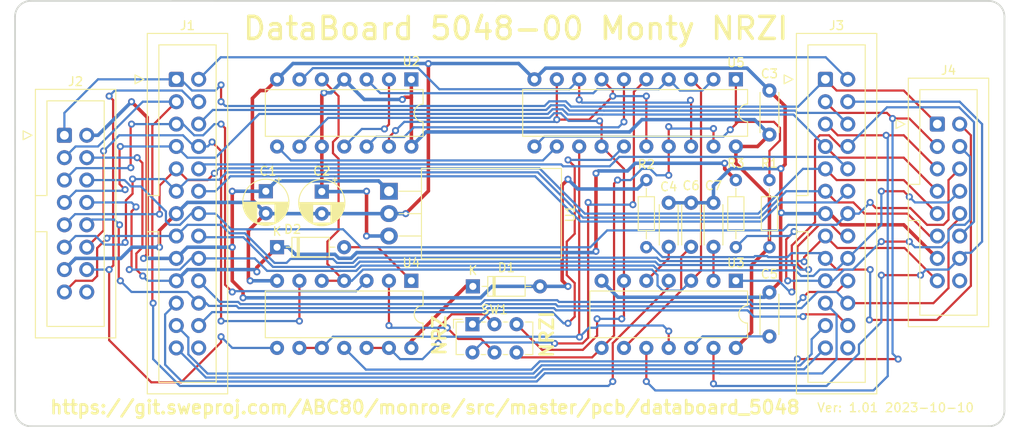
<source format=kicad_pcb>
(kicad_pcb (version 20221018) (generator pcbnew)

  (general
    (thickness 1.6)
  )

  (paper "A4")
  (layers
    (0 "F.Cu" signal)
    (31 "B.Cu" signal)
    (32 "B.Adhes" user "B.Adhesive")
    (33 "F.Adhes" user "F.Adhesive")
    (34 "B.Paste" user)
    (35 "F.Paste" user)
    (36 "B.SilkS" user "B.Silkscreen")
    (37 "F.SilkS" user "F.Silkscreen")
    (38 "B.Mask" user)
    (39 "F.Mask" user)
    (40 "Dwgs.User" user "User.Drawings")
    (41 "Cmts.User" user "User.Comments")
    (42 "Eco1.User" user "User.Eco1")
    (43 "Eco2.User" user "User.Eco2")
    (44 "Edge.Cuts" user)
    (45 "Margin" user)
    (46 "B.CrtYd" user "B.Courtyard")
    (47 "F.CrtYd" user "F.Courtyard")
    (48 "B.Fab" user)
    (49 "F.Fab" user)
    (50 "User.1" user)
    (51 "User.2" user)
    (52 "User.3" user)
    (53 "User.4" user)
    (54 "User.5" user)
    (55 "User.6" user)
    (56 "User.7" user)
    (57 "User.8" user)
    (58 "User.9" user)
  )

  (setup
    (pad_to_mask_clearance 0)
    (pcbplotparams
      (layerselection 0x00010fc_ffffffff)
      (plot_on_all_layers_selection 0x0000000_00000000)
      (disableapertmacros false)
      (usegerberextensions false)
      (usegerberattributes true)
      (usegerberadvancedattributes true)
      (creategerberjobfile true)
      (dashed_line_dash_ratio 12.000000)
      (dashed_line_gap_ratio 3.000000)
      (svgprecision 4)
      (plotframeref false)
      (viasonmask false)
      (mode 1)
      (useauxorigin false)
      (hpglpennumber 1)
      (hpglpenspeed 20)
      (hpglpendiameter 15.000000)
      (dxfpolygonmode true)
      (dxfimperialunits true)
      (dxfusepcbnewfont true)
      (psnegative false)
      (psa4output false)
      (plotreference true)
      (plotvalue true)
      (plotinvisibletext false)
      (sketchpadsonfab false)
      (subtractmaskfromsilk false)
      (outputformat 1)
      (mirror false)
      (drillshape 1)
      (scaleselection 1)
      (outputdirectory "")
    )
  )

  (net 0 "")
  (net 1 "Net-(U3B-ENABLE)")
  (net 2 "GND")
  (net 3 "Net-(U3D-ENABLE)")
  (net 4 "Net-(U3C-ENABLE)")
  (net 5 "Net-(U3A-ENABLE)")
  (net 6 "Net-(D1-K)")
  (net 7 "+12V")
  (net 8 "-12V")
  (net 9 "Net-(D2-A)")
  (net 10 "/1_1")
  (net 11 "/2_2")
  (net 12 "/1_3")
  (net 13 "/1_14")
  (net 14 "/1_5")
  (net 15 "/2_6")
  (net 16 "/1_7")
  (net 17 "/1_12")
  (net 18 "/1_9")
  (net 19 "/2_10")
  (net 20 "/1_11")
  (net 21 "/2_12")
  (net 22 "/1_6")
  (net 23 "/1_15")
  (net 24 "/2_16")
  (net 25 "unconnected-(J1-Pin_26-Pad26)")
  (net 26 "/1_8")
  (net 27 "/2_20")
  (net 28 "/2_21")
  (net 29 "/1_10")
  (net 30 "/2_23")
  (net 31 "/2_24")
  (net 32 "/2_25")
  (net 33 "/3_3")
  (net 34 "/3_14")
  (net 35 "/3_5")
  (net 36 "/3_12")
  (net 37 "/3_4")
  (net 38 "/3_+12V")
  (net 39 "+5V")
  (net 40 "Net-(U5A-~{CLR})")
  (net 41 "unconnected-(J2-Pin_16-Pad16)")
  (net 42 "unconnected-(J3-Pin_26-Pad26)")
  (net 43 "unconnected-(J4-Pin_16-Pad16)")
  (net 44 "Net-(U3A-OUT)")
  (net 45 "Net-(SW1A-C)")
  (net 46 "Net-(SW1B-C)")
  (net 47 "Net-(U3D-OUT)")
  (net 48 "Net-(SW1B-B)")
  (net 49 "Net-(SW1A-B)")
  (net 50 "Net-(U5A-J)")
  (net 51 "Net-(SW1B-A)")
  (net 52 "Net-(U5B-Q)")
  (net 53 "Net-(U5B-J)")
  (net 54 "Net-(U5B-C)")
  (net 55 "Net-(U5C-J)")
  (net 56 "Net-(SW1A-A)")
  (net 57 "Net-(U2-Pad11)")

  (footprint "Capacitor_THT:CP_Radial_D5.0mm_P2.50mm" (layer "F.Cu") (at 71.12 83.82 -90))

  (footprint "Package_TO_SOT_THT:TO-220-3_Horizontal_TabDown" (layer "F.Cu") (at 85.09 83.82 -90))

  (footprint "Package_DIP:DIP-20_W7.62mm" (layer "F.Cu") (at 124.46 71.12 -90))

  (footprint "Diode_THT:D_DO-35_SOD27_P7.62mm_Horizontal" (layer "F.Cu") (at 72.39 90.17))

  (footprint "Resistor_THT:R_Axial_DIN0204_L3.6mm_D1.6mm_P7.62mm_Horizontal" (layer "F.Cu") (at 114.3 90.17 90))

  (footprint "Button_Switch_THT:SW_E-Switch_EG1271_SPDT" (layer "F.Cu") (at 94.568 98.908))

  (footprint "Resistor_THT:R_Axial_DIN0204_L3.6mm_D1.6mm_P7.62mm_Horizontal" (layer "F.Cu") (at 128.27 90.17 90))

  (footprint "Connector_IDC:IDC-Header_2x08_P2.54mm_Vertical" (layer "F.Cu") (at 48.26 77.47))

  (footprint "Capacitor_THT:C_Disc_D4.3mm_W1.9mm_P5.00mm" (layer "F.Cu") (at 121.92 90.13 90))

  (footprint "Connector_IDC:IDC-Header_2x08_P2.54mm_Vertical" (layer "F.Cu") (at 147.32 76.2))

  (footprint "Resistor_THT:R_Axial_DIN0204_L3.6mm_D1.6mm_P7.62mm_Horizontal" (layer "F.Cu") (at 124.46 90.17 90))

  (footprint "Package_DIP:DIP-14_W7.62mm" (layer "F.Cu") (at 124.46 93.98 -90))

  (footprint "Package_DIP:DIP-14_W7.62mm" (layer "F.Cu") (at 87.635 71.13 -90))

  (footprint "Connector_IDC:IDC-Header_2x13_P2.54mm_Vertical" (layer "F.Cu") (at 134.62 71.12))

  (footprint "Capacitor_THT:CP_Radial_D5.0mm_P2.50mm" (layer "F.Cu") (at 77.47 83.86 -90))

  (footprint "Connector_IDC:IDC-Header_2x13_P2.54mm_Vertical" (layer "F.Cu") (at 60.96 71.12))

  (footprint "Capacitor_THT:C_Disc_D4.3mm_W1.9mm_P5.00mm" (layer "F.Cu") (at 128.27 100.29 90))

  (footprint "Capacitor_THT:C_Disc_D4.3mm_W1.9mm_P5.00mm" (layer "F.Cu") (at 119.38 90.13 90))

  (footprint "Capacitor_THT:C_Disc_D4.3mm_W1.9mm_P5.00mm" (layer "F.Cu") (at 128.27 77.39 90))

  (footprint "Capacitor_THT:C_Disc_D4.3mm_W1.9mm_P5.00mm" (layer "F.Cu") (at 116.84 90.13 90))

  (footprint "Package_DIP:DIP-14_W7.62mm" (layer "F.Cu") (at 87.63 93.98 -90))

  (footprint "Diode_THT:D_DO-35_SOD27_P7.62mm_Horizontal" (layer "F.Cu") (at 94.615 94.615))

  (gr_arc (start 153.161998 62.230002) (mid 154.419233 62.750766) (end 154.939998 64.008002)
    (stroke (width 0.2) (type default)) (layer "Edge.Cuts") (tstamp 18d432a3-0926-459a-930b-c54b8058567b))
  (gr_line (start 44.437236 62.217235) (end 153.161998 62.230002)
    (stroke (width 0.2) (type default)) (layer "Edge.Cuts") (tstamp 236500d0-87b2-4e7b-ab24-fb756a22f408))
  (gr_line (start 153.162 110.49) (end 44.449999 110.490001)
    (stroke (width 0.2) (type default)) (layer "Edge.Cuts") (tstamp 60a0f6a3-f99a-4c00-b626-700524b88cc3))
  (gr_arc (start 154.94 108.712) (mid 154.419236 109.969236) (end 153.162 110.49)
    (stroke (width 0.2) (type default)) (layer "Edge.Cuts") (tstamp b53105ad-ff62-4397-bc17-c4e16e16fc8f))
  (gr_arc (start 42.659236 63.995235) (mid 43.18 62.737999) (end 44.437236 62.217235)
    (stroke (width 0.2) (type default)) (layer "Edge.Cuts") (tstamp b7fbb935-b201-438f-9df1-0ef5baf2a45e))
  (gr_arc (start 44.449999 110.490001) (mid 43.192763 109.969237) (end 42.671999 108.712001)
    (stroke (width 0.2) (type default)) (layer "Edge.Cuts") (tstamp bc494f64-37b0-4856-9bb2-4aea26aa9598))
  (gr_line (start 154.939998 64.008002) (end 154.94 108.712)
    (stroke (width 0.2) (type default)) (layer "Edge.Cuts") (tstamp d39b8a0c-496e-4a83-9068-913552616643))
  (gr_line (start 42.671999 108.712001) (end 42.659236 63.995235)
    (stroke (width 0.2) (type default)) (layer "Edge.Cuts") (tstamp ddfdb600-84e5-4b23-aca4-e5730a28bb6d))
  (gr_text "NRZ" (at 91.694 102.616 90) (layer "F.SilkS") (tstamp 24331579-94d3-4ca1-982b-52b9ff910b3b)
    (effects (font (size 1.5 1.5) (thickness 0.3) bold) (justify left bottom))
  )
  (gr_text "Ver: 1.01 2023-10-10\n" (at 133.604 108.966) (layer "F.SilkS") (tstamp a2c5f140-1e6e-4cc4-8f4e-05e18f92b051)
    (effects (font (size 1 1) (thickness 0.15)) (justify left bottom))
  )
  (gr_text "DataBoard 5048-00 Monty NRZI" (at 68.326 66.802) (layer "F.SilkS") (tstamp aa742694-f761-49ab-b5f9-be6b2d578fb9)
    (effects (font (size 2.5 2.5) (thickness 0.4)) (justify left bottom))
  )
  (gr_text "NRZI" (at 103.886 102.87 90) (layer "F.SilkS") (tstamp ef8e9a76-c86b-4e54-b540-b083918e2b70)
    (effects (font (size 1.5 1.5) (thickness 0.3) bold) (justify left bottom))
  )
  (gr_text "https://git.sweproj.com/ABC80/monroe/src/master/pcb/databoard_5048" (at 46.482 109.22) (layer "F.SilkS") (tstamp f441bb20-7361-48d5-833f-f49b23e61255)
    (effects (font (size 1.5 1.5) (thickness 0.3) bold) (justify left bottom))
  )

  (segment (start 116.84 90.13) (end 116.84 91.44) (width 0.25) (layer "F.Cu") (net 1) (tstamp 14391bda-5f06-4cbd-87ab-6c482afbd277))
  (segment (start 116.84 91.44) (end 114.3 93.98) (width 0.25) (layer "F.Cu") (net 1) (tstamp b5641a6e-c046-4d0e-b5a8-8b24fc63134a))
  (segment (start 136.398 87.63) (end 143.51 87.63) (width 0.4) (layer "F.Cu") (net 2) (tstamp 00d16c08-6d06-45e3-9221-66d5f318bdee))
  (segment (start 130.048 74.168) (end 130.048 80.772012) (width 0.4) (layer "F.Cu") (net 2) (tstamp 05ae4ec0-4c62-4fe7-a5f5-f1a00130acb6))
  (segment (start 71.12 86.32) (end 69.14 88.3) (width 0.4) (layer "F.Cu") (net 2) (tstamp 1662361d-2818-4869-945f-101b9e12ca97))
  (segment (start 143.51 87.63) (end 147.32 91.44) (width 0.4) (layer "F.Cu") (net 2) (tstamp 1ff3b8ce-bcb9-4f08-9835-6cb38e98509e))
  (segment (start 129.54 94.02) (end 129.54 86.347423) (width 0.4) (layer "F.Cu") (net 2) (tstamp 211e0246-ca24-4ed4-85fb-f4e2908e37db))
  (segment (start 86.995 86.36) (end 89.565969 83.789031) (width 0.4) (layer "F.Cu") (net 2) (tstamp 2f9cc0ae-c414-48f9-af8f-d918269fa140))
  (segment (start 89.565969 83.789031) (end 89.565969 69.342) (width 0.4) (layer "F.Cu") (net 2) (tstamp 3c44760a-a7eb-48bd-a5dd-fd1fb9f2337a))
  (segment (start 128.27 72.39) (end 130.048 74.168) (width 0.4) (layer "F.Cu") (net 2) (tstamp 3c487dcc-23ef-4ae3-a82e-4b7aabdfc8e7))
  (segment (start 60.96 86.36) (end 59.055 88.265) (width 0.4) (layer "F.Cu") (net 2) (tstamp 3d85fc3a-37e3-4b9e-bf31-50efc304f94d))
  (segment (start 128.27 95.29) (end 129.54 94.02) (width 0.4) (layer "F.Cu") (net 2) (tstamp 4220607b-79e1-4396-9264-4c6d9dcc6a96))
  (segment (start 129.54 86.36) (end 129.623594 86.276406) (width 0.4) (layer "F.Cu") (net 2) (tstamp 4404be32-1beb-4bbb-a6eb-9ffc1299079f))
  (segment (start 70.485 72.39) (end 69.596 73.279) (width 0.4) (layer "F.Cu") (net 2) (tstamp 4ad3ac46-4ca2-4b4b-b657-c944297b59e8))
  (segment (start 72.395 71.13) (end 71.135 72.39) (width 0.4) (layer "F.Cu") (net 2) (tstamp 606a25db-8207-4326-8b50-b008053aded6))
  (segment (start 134.62 86.36) (end 135.128 86.36) (width 0.4) (layer "F.Cu") (net 2) (tstamp 754d1e84-180d-4de3-8576-57a37ac3d7af))
  (segment (start 129.623594 86.276406) (end 129.623594 86.263829) (width 0.4) (layer "F.Cu") (net 2) (tstamp 82a10229-a926-4430-954d-c3923f26cec9))
  (segment (start 129.5695 81.250512) (end 129.5695 86.209735) (width 0.4) (layer "F.Cu") (net 2) (tstamp 83d3bb52-e6eb-4b4e-b3c8-b6d2916774c5))
  (segment (start 71.135 72.39) (end 70.485 72.39) (width 0.4) (layer "F.Cu") (net 2) (tstamp a9b42033-f031-429c-9186-d56e7a1fc82a))
  (segment (start 135.128 86.36) (end 136.398 87.63) (width 0.4) (layer "F.Cu") (net 2) (tstamp b351a7fd-2189-4691-84cd-3a10952f0e35))
  (segment (start 69.14 93.778) (end 69.342 93.98) (width 0.4) (layer "F.Cu") (net 2) (tstamp b5ad50e9-dd04-41d5-af23-87e152abf06d))
  (segment (start 69.596 84.796) (end 71.12 86.32) (width 0.4) (layer "F.Cu") (net 2) (tstamp b63b06c8-0102-46fe-8b40-1605ea6e3075))
  (segment (start 69.14 88.3) (end 69.14 93.778) (width 0.4) (layer "F.Cu") (net 2) (tstamp be5ff28a-2415-4416-a40c-4e6ebfa9cf07))
  (segment (start 129.5695 86.209735) (end 129.623594 86.263829) (width 0.4) (layer "F.Cu") (net 2) (tstamp cc566d45-be17-4967-92f2-58e5464c0c10))
  (segment (start 129.54 86.347423) (end 129.623594 86.263829) (width 0.4) (layer "F.Cu") (net 2) (tstamp d0606a0a-bde2-4e58-b3e8-3e2fb2182cac))
  (segment (start 69.596 73.279) (end 69.596 84.796) (width 0.4) (layer "F.Cu") (net 2) (tstamp edb34c73-fdcd-4959-b9cc-136b34b56afe))
  (segment (start 130.048 80.772012) (end 129.5695 81.250512) (width 0.4) (layer "F.Cu") (net 2) (tstamp ef81ec14-0620-4376-ae1e-ae61c6fe713b))
  (segment (start 59.055 88.265) (end 59.055 90.17) (width 0.4) (layer "F.Cu") (net 2) (tstamp feae3027-d95a-4268-bf15-5511eb27191c))
  (via (at 69.342 93.98) (size 0.8) (drill 0.4) (layers "F.Cu" "B.Cu") (net 2) (tstamp 1d263fcc-f9c3-47f2-9d43-0724ca477494))
  (via (at 129.623594 86.263829) (size 0.8) (drill 0.4) (layers "F.Cu" "B.Cu") (net 2) (tstamp 27e02c5e-6f8b-444c-a487-4318d89ffb6c))
  (via (at 59.055 90.17) (size 0.8) (drill 0.4) (layers "F.Cu" "B.Cu") (net 2) (tstamp 385e625d-4811-4bd9-874f-bac007fbdfc4))
  (via (at 89.565969 69.342) (size 0.8) (drill 0.4) (layers "F.Cu" "B.Cu") (net 2) (tstamp 56bc65ce-58cc-48d2-af26-0c3642a698a4))
  (via (at 129.5695 81.250512) (size 0.8) (drill 0.4) (layers "F.Cu" "B.Cu") (net 2) (tstamp 5c5ba19f-78f3-4347-8134-57f74885fe8c))
  (via (at 86.995 86.36) (size 0.8) (drill 0.4) (layers "F.Cu" "B.Cu") (net 2) (tstamp 85f26383-0e36-420a-abae-ea6f318c6138))
  (segment (start 62.23 85.09) (end 69.89 85.09) (width 0.4) (layer "B.Cu") (net 2) (tstamp 222bf90a-b62c-4470-98a7-bb8f56cfb5bd))
  (segment (start 77.47 86.36) (end 71.16 86.36) (width 0.4) (layer "B.Cu") (net 2) (tstamp 28ce8b78-1468-4ab8-a580-d3655e96a7a4))
  (segment (start 60.96 86.36) (end 62.23 85.09) (width 0.4) (layer "B.Cu") (net 2) (tstamp 3167ddd8-5fee-4d9e-b7f6-5d81eb2d5aef))
  (segment (start 121.92 85.13) (end 121.92 83.185) (width 0.4) (layer "B.Cu") (net 2) (tstamp 3331f353-63e5-40a5-9a32-22c0cfd5986b))
  (segment (start 123.854488 81.250512) (end 129.5695 81.250512) (width 0.4) (layer "B.Cu") (net 2) (tstamp 33e42926-b955-411d-b8d0-ae0a73244f41))
  (segment (start 101.6 71.12) (end 102.87 69.85) (width 0.4) (layer "B.Cu") (net 2) (tstamp 368ae8be-27b1-4ff3-b8da-d6ffb3d01d4d))
  (segment (start 99.805 69.325) (end 101.6 71.12) (width 0.4) (layer "B.Cu") (net 2) (tstamp 40820b11-8dfa-47c0-90e1-19bea7c50061))
  (segment (start 111.092129 95.852129) (end 127.707871 95.852129) (width 0.4) (layer "B.Cu") (net 2) (tstamp 5934ab0d-6083-4e8a-aa5a-1086319d39d3))
  (segment (start 125.73 69.85) (end 128.27 72.39) (width 0.4) (layer "B.Cu") (net 2) (tstamp 5ed6ec97-af29-488e-a0b8-f58cbb91a189))
  (segment (start 69.89 85.09) (end 71.12 86.32) (width 0.4) (layer "B.Cu") (net 2) (tstamp 61381b35-46bf-4180-8362-85a3a6dd7f14))
  (segment (start 55.929652 90.17) (end 54.659652 91.44) (width 0.4) (layer "B.Cu") (net 2) (tstamp 66653920-03f5-49b5-b5cc-9c3b5d715675))
  (segment (start 129.719765 86.36) (end 129.623594 86.263829) (width 0.4) (layer "B.Cu") (net 2) (tstamp 79fead6a-4a7f-4480-88cc-ed7f18d3941d))
  (segment (start 127.707871 95.852129) (end 128.27 95.29) (width 0.4) (layer "B.Cu") (net 2) (tstamp 7e9ac5d9-b3d6-46eb-8b94-75e63362ea4e))
  (segment (start 54.659652 91.44) (end 49.53 91.44) (width 0.4) (layer "B.Cu") (net 2) (tstamp 876d9649-768e-42c9-9e65-74840730cc64))
  (segment (start 121.92 83.185) (end 123.854488 81.250512) (width 0.4) (layer "B.Cu") (net 2) (tstamp 885a8ec8-10e3-4d4d-931f-183fda4577ea))
  (segment (start 72.395 71.13) (end 74.2 69.325) (width 0.4) (layer "B.Cu") (net 2) (tstamp 8f479943-8c2f-4b44-b5ea-1a7b2c16bcdf))
  (segment (start 74.2 69.325) (end 99.805 69.325) (width 0.4) (layer "B.Cu") (net 2) (tstamp 96fbbd5d-3a4f-48e1-b6d1-2f4f008565b6))
  (segment (start 134.62 86.36) (end 129.719765 86.36) (width 0.4) (layer "B.Cu") (net 2) (tstamp 9b2c4d26-50e5-4509-a229-715aa1f327f8))
  (segment (start 71.16 86.36) (end 71.12 86.32) (width 0.4) (layer "B.Cu") (net 2) (tstamp a299f77a-5e13-41d4-92f3-7715b3530019))
  (segment (start 102.87 69.85) (end 125.73 69.85) (width 0.4) (layer "B.Cu") (net 2) (tstamp b4018162-359b-4987-adc5-764ecacf133f))
  (segment (start 85.09 86.36) (end 86.995 86.36) (width 0.4) (layer "B.Cu") (net 2) (tstamp babdd3eb-e697-4165-8fe2-8ea344693fc9))
  (segment (start 72.39 93.98) (end 69.342 93.98) (width 0.4) (layer "B.Cu") (net 2) (tstamp c3f6bfd3-f1b2-46a6-b6f5-e1e1620d9e95))
  (segment (start 109.22 93.98) (end 111.092129 95.852129) (width 0.4) (layer "B.Cu") (net 2) (tstamp cd536b47-a94c-4e89-bf9d-931dc0b2fc42))
  (segment (start 49.53 91.44) (end 48.26 92.71) (width 0.4) (layer "B.Cu") (net 2) (tstamp d5b8acee-de61-446a-950c-be0623fb7c59))
  (segment (start 85.09 86.36) (end 77.47 86.36) (width 0.4) (layer "B.Cu") (net 2) (tstamp eb6d5513-da83-4270-afd2-39621247ecbe))
  (segment (start 59.055 90.17) (end 55.929652 90.17) (width 0.4) (layer "B.Cu") (net 2) (tstamp ef9b8cdd-9eb7-4570-bc6b-7ddc9ab2aff6))
  (segment (start 116.84 85.13) (end 121.92 85.13) (width 0.4) (layer "B.Cu") (net 2) (tstamp ff39eb4c-8152-4b30-ae92-71192f5ad43a))
  (segment (start 119.38 101.6) (end 120.69 100.29) (width 0.25) (layer "B.Cu") (net 3) (tstamp dcc4de1d-1d61-44fa-b68d-3bb366894fa5))
  (segment (start 120.69 100.29) (end 128.27 100.29) (width 0.25) (layer "B.Cu") (net 3) (tstamp dd6b7134-f076-4546-a450-361a920c2e3b))
  (segment (start 111.76 101.6) (end 118.255 95.105) (width 0.25) (layer "F.Cu") (net 4) (tstamp 095e3d9b-e20c-47ce-babd-368089ce6f8c))
  (segment (start 118.255 91.255) (end 119.38 90.13) (width 0.25) (layer "F.Cu") (net 4) (tstamp 594c15ed-bd4c-403e-be3f-66e31170879f))
  (segment (start 118.255 95.105) (end 118.255 91.255) (width 0.25) (layer "F.Cu") (net 4) (tstamp b31ec707-462e-45ec-b865-54c06851a28b))
  (segment (start 121.92 90.13) (end 121.92 93.98) (width 0.25) (layer "F.Cu") (net 5) (tstamp 08ec3b48-1534-4d8a-9730-0df295030e08))
  (segment (start 87.63 100.8) (end 93.815 94.615) (width 0.4) (layer "F.Cu") (net 6) (tstamp 0f8b9ee3-d8eb-4759-9ff5-93065636472c))
  (segment (start 93.815 94.615) (end 94.615 94.615) (width 0.4) (layer "F.Cu") (net 6) (tstamp c640b984-bd6d-49b9-beea-2421f66e2f95))
  (segment (start 87.63 101.6) (end 87.63 100.8) (width 0.4) (layer "F.Cu") (net 6) (tstamp deac1be9-57cb-46af-82f4-619a0c7aa714))
  (segment (start 67.31 90.17) (end 67.31 93.98) (width 0.4) (layer "F.Cu") (net 7) (tstamp 5be61762-68fb-46f4-adea-60b4ab6e6152))
  (segment (start 57.658 75.438) (end 57.658 91.022004) (width 0.4) (layer "F.Cu") (net 7) (tstamp 5c360ba2-08af-4256-9003-f25e95bef4c7))
  (segment (start 55.88 73.66) (end 57.658 75.438) (width 0.4) (layer "F.Cu") (net 7) (tstamp 70ae03b3-56ab-40e2-8532-843305e6f45d))
  (segment (start 67.31 93.98) (end 68.535291 95.205291) (width 0.4) (layer "F.Cu") (net 7) (tstamp 793c572d-8399-4b5d-8403-a8344fbbd5d6))
  (segment (start 57.658 91.022004) (end 57.24 91.440004) (width 0.4) (layer "F.Cu") (net 7) (tstamp 8ce6a0af-3f67-464a-a800-ee2e45884bcc))
  (segment (start 104.747 83.123) (end 105.41 82.46) (width 0.4) (layer "F.Cu") (net 7) (tstamp a494c771-f5d4-4321-9131-c49a78c0903c))
  (segment (start 104.747 93.952) (end 104.747 83.123) (width 0.4) (layer "F.Cu") (net 7) (tstamp b9d5ef57-e702-4bd8-963e-344d8ab46f48))
  (segment (start 105.41 94.615) (end 104.747 93.952) (width 0.4) (layer "F.Cu") (net 7) (tstamp d839c533-659d-4565-84b3-9506922f7b95))
  (segment (start 67.31 83.82) (end 67.31 90.17) (width 0.4) (layer "F.Cu") (net 7) (tstamp e101c712-c071-4b7b-ae06-7721a9f5a246))
  (segment (start 68.535291 95.205291) (end 68.535291 95.911) (width 0.4) (layer "F.Cu") (net 7) (tstamp ec47bc28-a702-49f5-b2e3-357beb914bfc))
  (via (at 105.41 82.46) (size 0.8) (drill 0.4) (layers "F.Cu" "B.Cu") (net 7) (tstamp 06dfd952-0bd3-4eac-ae90-cfbc41f4fc90))
  (via (at 55.88 73.66) (size 0.8) (drill 0.4) (layers "F.Cu" "B.Cu") (net 7) (tstamp 0e5c50ea-2a53-41b5-b481-96670eb8c209))
  (via (at 67.31 90.17) (size 0.8) (drill 0.4) (layers "F.Cu" "B.Cu") (net 7) (tstamp 34983573-255f-40f3-8bc5-eac4f97d9056))
  (via (at 68.535291 95.911) (size 0.8) (drill 0.4) (layers "F.Cu" "B.Cu") (net 7) (tstamp 40a7c94f-de72-4133-9306-c6f89989a4d9))
  (via (at 67.31 83.82) (size 0.8) (drill 0.4) (layers "F.Cu" "B.Cu") (net 7) (tstamp 45c3b58f-d411-4034-bf90-265f55880597))
  (via (at 57.24 91.440004) (size 0.8) (drill 0.4) (layers "F.Cu" "B.Cu") (net 7) (tstamp 80679d4f-6d32-4046-96cf-cfc2c3a97e2b))
  (via (at 105.41 94.615) (size 0.8) (drill 0.4) (layers "F.Cu" "B.Cu") (net 7) (tstamp c29e361f-1bda-4d9b-abbf-92025ee6625f))
  (segment (start 60.96 91.44) (end 62.23 90.17) (width 0.4) (layer "B.Cu") (net 7) (tstamp 05a36542-a3fe-444c-b70b-e13fc1bacc19))
  (segment (start 95.49335 95.911) (end 68.535291 95.911) (width 0.4) (layer "B.Cu") (net 7) (tstamp 061cc595-f48f-42c0-9333-3b46d5c95ce3))
  (segment (start 52.07 77.47) (end 55.88 73.66) (width 0.4) (layer "B.Cu") (net 7) (tstamp 3b250813-a5eb-4293-836a-316d6d6769d4))
  (segment (start 50.8 77.47) (end 52.07 77.47) (width 0.4) (layer "B.Cu") (net 7) (tstamp 5a72481a-0d0d-4074-b68a-4ba7d529637e))
  (segment (start 102.235 94.615) (end 105.41 94.615) (width 0.4) (layer "B.Cu") (net 7) (tstamp 796ba08c-6c72-4578-90da-342a44bfa2b6))
  (segment (start 113.284 83.566) (end 106.516 83.566) (width 0.4) (layer "B.Cu") (net 7) (tstamp 7e3f8196-a5f7-4628-bb73-9ae481481571))
  (segment (start 102.235 94.615) (end 96.78935 94.615) (width 0.4) (layer "B.Cu") (net 7) (tstamp 86050edb-b862-424c-a4dc-0287ac5579ea))
  (segment (start 72.29 82.65) (end 83.92 82.65) (width 0.4) (layer "B.Cu") (net 7) (tstamp 92723518-021b-47a1-8f3b-1965a7fc86fc))
  (segment (start 71.12 83.82) (end 67.31 83.82) (width 0.4) (layer "B.Cu") (net 7) (tstamp 9395a6d1-c9ed-4cc6-8705-1448122689eb))
  (segment (start 106.516 83.566) (end 105.41 82.46) (width 0.4) (layer "B.Cu") (net 7) (tstamp 97a9723d-a9e7-4fc3-95b2-a73222e482de))
  (segment (start 62.23 90.17) (end 67.31 90.17) (width 0.4) (layer "B.Cu") (net 7) (tstamp a099a9f2-a22e-4ca3-9339-f32dfb0d13ff))
  (segment (start 57.240004 91.44) (end 57.24 91.440004) (width 0.4) (layer "B.Cu") (net 7) (tstamp a940d308-0523-402b-bdc5-294e8caf0a81))
  (segment (start 96.78935 94.615) (end 95.49335 95.911) (width 0.4) (layer "B.Cu") (net 7) (tstamp bd0bcb7e-2393-4621-a9e3-467744084411))
  (segment (start 71.12 83.82) (end 72.29 82.65) (width 0.4) (layer "B.Cu") (net 7) (tstamp d4caaf5d-cd8c-4ce0-8370-5c5e23f30a14))
  (segment (start 60.96 91.44) (end 57.240004 91.44) (width 0.4) (layer "B.Cu") (net 7) (tstamp d57c6490-f167-45bb-929b-0ac2b814e9cd))
  (segment (start 83.92 82.65) (end 85.09 83.82) (width 0.4) (layer "B.Cu") (net 7) (tstamp d5dea03b-671a-4eb3-9ef8-37a8c307ab89))
  (segment (start 114.3 82.55) (end 113.284 83.566) (width 0.4) (layer "B.Cu") (net 7) (tstamp e433c162-88df-444b-a784-db77222f1425))
  (segment (start 108.585 81.788) (end 108.585 90.635) (width 0.4) (layer "F.Cu") (net 8) (tstamp 26d52999-d0cb-4267-96d3-bfc75cd0efe2))
  (segment (start 70.104 92.456) (end 70.104 92.964) (width 0.4) (layer "F.Cu") (net 8) (tstamp 43e3d9af-e2a1-4fd0-9fce-65a8af159f42))
  (segment (start 56.425 92.71) (end 57.15 93.435) (width 0.25) (layer "F.Cu") (net 8) (tstamp 49278c25-448d-42dd-8f69-eb6d70a2ebe5))
  (segment (start 57.113 80.608) (end 57.113 90.197695) (width 0.25) (layer "F.Cu") (net 8) (tstamp 51df0632-eaa2-4c4e-9858-c2f97c134bd1))
  (segment (start 56.515 80.01) (end 57.113 80.608) (width 0.25) (layer "F.Cu") (net 8) (tstamp 55914037-9879-439d-8ba2-f91d0b4572e9))
  (segment (start 72.39 90.17) (end 70.104 92.456) (width 0.4) (layer "F.Cu") (net 8) (tstamp 5615b12f-90bf-408f-a40d-25148a5144fc))
  (segment (start 123.19 81.28) (end 123.19 80.645) (width 0.4) (layer "F.Cu") (net 8) (tstamp 9a666861-5e5d-4dde-81e8-d07cdf5ff498))
  (segment (start 56.425 90.885695) (end 56.425 92.71) (width 0.25) (layer "F.Cu") (net 8) (tstamp a1e4cb59-eb67-458d-8e4b-06f701bfb7af))
  (segment (start 57.113 90.197695) (end 56.425 90.885695) (width 0.25) (layer "F.Cu") (net 8) (tstamp d50460c6-8986-4b54-b663-52cb3b4bb0cb))
  (segment (start 124.46 82.55) (end 123.19 81.28) (width 0.4) (layer "F.Cu") (net 8) (tstamp f254bc3b-1a4c-4995-bdfe-7555362dd912))
  (via (at 108.585 90.635) (size 0.8) (drill 0.4) (layers "F.Cu" "B.Cu") (net 8) (tstamp 9f94875f-e3a1-4789-8755-d7f57380d0e1))
  (via (at 56.515 80.01) (size 0.8) (drill 0.4) (layers "F.Cu" "B.Cu") (net 8) (tstamp ba5afc99-4481-402a-97a3-f38a7563bd87))
  (via (at 123.19 80.645) (size 0.8) (drill 0.4) (layers "F.Cu" "B.Cu") (net 8) (tstamp ce71dff5-f563-44e4-a287-f0299bb4ff5c))
  (via (at 108.585 81.788) (size 0.8) (drill 0.4) (layers "F.Cu" "B.Cu") (net 8) (tstamp d46bb84b-ba54-47b7-a027-dba8d9390dad))
  (via (at 57.15 93.435) (size 0.8) (drill 0.4) (layers "F.Cu" "B.Cu") (net 8) (tstamp df627581-6cd4-472b-a664-2d56ce29e4c9))
  (via (at 70.104 92.964) (size 0.8) (drill 0.4) (layers "F.Cu" "B.Cu") (net 8) (tstamp e9170ce2-b9db-47eb-98ef-af6be5efa15f))
  (segment (start 108.859 81.514) (end 108.585 81.788) (width 0.4) (layer "B.Cu") (net 8) (tstamp 052cc181-a5e2-4993-9f6b-e62e42ec9a42))
  (segment (start 60.96 93.98) (end 62.23 92.71) (width 0.4) (layer "B.Cu") (net 8) (tstamp 0f1fbd3f-83a5-43a9-a38e-08543dd02183))
  (segment (start 79.409028 91.43) (end 80.782 91.43) (width 0.4) (layer "B.Cu") (net 8) (tstamp 172cc697-4ab2-4d8d-9d63-4d490e91ec10))
  (segment (start 80.782 91.43) (end 81.432 90.78) (width 0.4) (layer "B.Cu") (net 8) (tstamp 1ba576a4-55bf-40d6-9a8a-5315b48012cf))
  (segment (start 81.432 90.78) (end 108.44 90.78) (width 0.4) (layer "B.Cu") (net 8) (tstamp 2740100a-d79f-4567-8b19-c1d14dd6a924))
  (segment (start 50.8 80.01) (end 55.635305 80.01) (width 0.25) (layer "B.Cu") (net 8) (tstamp 3fe10ffc-0e91-42fb-913c-5c666b29aea9))
  (segment (start 60.96 93.98) (end 57.695 93.98) (width 0.25) (layer "B.Cu") (net 8) (tstamp 594027b9-37f3-41e5-be0a-7f5af6383770))
  (segment (start 108.44 90.78) (end 108.585 90.635) (width 0.4) (layer "B.Cu") (net 8) (tstamp 9084de51-5088-4c3c-86ca-978779ad0e9d))
  (segment (start 62.23 92.71) (end 69.85 92.71) (width 0.4) (layer "B.Cu") (net 8) (tstamp ae971564-e2d1-4b8f-8919-e43b0b337695))
  (segment (start 73.66 90.17) (end 74.47 90.98) (width 0.4) (layer "B.Cu") (net 8) (tstamp b0951f5b-9d10-4b81-ae82-f1d182cbc71f))
  (segment (start 78.959028 90.98) (end 79.409028 91.43) (width 0.4) (layer "B.Cu") (net 8) (tstamp b7b46b94-c256-465a-ae5f-9f9981ff3456))
  (segment (start 72.39 90.17) (end 73.66 90.17) (width 0.4) (layer "B.Cu") (net 8) (tstamp c5a99aea-8856-41fe-965a-c3523ad457bc))
  (segment (start 69.85 92.71) (end 70.104 92.964) (width 0.4) (layer "B.Cu") (net 8) (tstamp c8ce3922-9ea3-47c7-b1d6-8e6a1c6518af))
  (segment (start 74.47 90.98) (end 78.959028 90.98) (width 0.4) (layer "B.Cu") (net 8) (tstamp d55a31f1-7f8b-4753-b21c-570208c917f8))
  (segment (start 112.162396 81.514) (end 108.859 81.514) (width 0.4) (layer "B.Cu") (net 8) (tstamp e4f8df62-5394-4af7-83c9-2d2635bedaeb))
  (segment (start 123.19 80.645) (end 113.031396 80.645) (width 0.4) (layer "B.Cu") (net 8) (tstamp e6d30ae2-5648-4cc9-9f1c-437dc460c6a2))
  (segment (start 113.031396 80.645) (end 112.162396 81.514) (width 0.4) (layer "B.Cu") (net 8) (tstamp e7cbfad2-eeea-4c57-bbcb-baf92701a5ed))
  (segment (start 57.695 93.98) (end 57.15 93.435) (width 0.25) (layer "B.Cu") (net 8) (tstamp e86fa7f6-e0ac-4c5d-b566-15b85dba13aa))
  (segment (start 55.635305 80.01) (end 56.515 80.01) (width 0.25) (layer "B.Cu") (net 8) (tstamp ef4de772-0c2a-4357-9a34-9551f7f276ba))
  (segment (start 83.82 90.17) (end 87.63 93.98) (width 0.25) (layer "F.Cu") (net 9) (tstamp 5ccaa9c1-fe64-44da-95b8-65dcd20a79a3))
  (segment (start 80.01 90.17) (end 83.82 90.17) (width 0.25) (layer "F.Cu") (net 9) (tstamp 8a119305-b506-4286-933d-6ee99411eadb))
  (segment (start 143.51 72.39) (end 147.32 76.2) (width 0.25) (layer "F.Cu") (net 10) (tstamp ba15e8f9-da8f-487b-a1a7-10c9b1bdb988))
  (segment (start 134.62 71.12) (end 135.89 72.39) (width 0.25) (layer "F.Cu") (net 10) (tstamp dad23168-4aa9-43ec-9c45-13f34d0648b3))
  (segment (start 66.04 73.66) (end 66.04 71.755) (width 0.25) (layer "F.Cu") (net 10) (tstamp dd0e6b4b-d2aa-4ae9-a251-8f8631f77f43))
  (segment (start 135.89 72.39) (end 143.51 72.39) (width 0.25) (layer "F.Cu") (net 10) (tstamp e785980f-2259-4358-bb2e-f08a332f9e11))
  (via (at 66.04 73.66) (size 0.8) (drill 0.4) (layers "F.Cu" "B.Cu") (net 10) (tstamp 1439c428-a1f5-4f34-bb62-30ea33142f5f))
  (via (at 66.04 71.755) (size 0.8) (drill 0.4) (layers "F.Cu" "B.Cu") (net 10) (tstamp e747a8cd-113c-4f27-a720-fc75d6160a89))
  (segment (start 134.62 71.12) (end 131.52 74.22) (width 0.25) (layer "B.Cu") (net 10) (tstamp 13395d04-1fbb-497f-9ce6-b975763f1b9d))
  (segment (start 60.96 71.12) (end 52.07 71.12) (width 0.25) (layer "B.Cu") (net 10) (tstamp 33b3dbcd-da4d-494b-bf9d-6b5bdf902038))
  (segment (start 103.280507 73.617) (end 102.751507 74.146) (width 0.25) (layer "B.Cu") (net 10) (tstamp 3a60162e-4ccd-4b7e-9a35-5c0c9ead7c16))
  (segment (start 109.665738 74.215) (end 105.759231 74.215) (width 0.25) (layer "B.Cu") (net 10) (tstamp 58ac3c0f-77a4-4c22-a70e-2ea0004f121d))
  (segment (start 48.26 74.93) (end 48.26 77.47) (width 0.25) (layer "B.Cu") (net 10) (tstamp 6468feb2-06ed-4e00-a7c3-d79977089512))
  (segment (start 105.161231 73.617) (end 103.280507 73.617) (width 0.25) (layer "B.Cu") (net 10) (tstamp 6959eb10-147c-4bc5-b737-b4231ac20f8b))
  (segment (start 131.52 74.22) (end 109.670738 74.22) (width 0.25) (layer "B.Cu") (net 10) (tstamp 6c800f4c-1d48-4455-b413-a3765d7de6e4))
  (segment (start 102.751507 74.146) (end 66.526 74.146) (width 0.25) (layer "B.Cu") (net 10) (tstamp 8ed2ac05-e6b5-4536-8f24-3173b9decc7d))
  (segment (start 52.07 71.12) (end 48.26 74.93) (width 0.25) (layer "B.Cu") (net 10) (tstamp 92af323f-e5dd-4cac-a4d8-8bacf4c2d01d))
  (segment (start 105.759231 74.215) (end 105.161231 73.617) (width 0.25) (layer "B.Cu") (net 10) (tstamp 95cc2a7f-20d3-4be1-867c-1d5f90bcf937))
  (segment (start 66.04 71.755) (end 65.405 72.39) (width 0.25) (layer "B.Cu") (net 10) (tstamp c3333dfc-b3da-421a-8798-5624538ff2fd))
  (segment (start 66.526 74.146) (end 66.04 73.66) (width 0.25) (layer "B.Cu") (net 10) (tstamp c7201937-bcd0-4930-b42b-f96cacb36845))
  (segment (start 65.405 72.39) (end 62.738 72.39) (width 0.25) (layer "B.Cu") (net 10) (tstamp e881218e-2775-421f-8b40-089f4f0fc6a0))
  (segment (start 61.468 71.12) (end 60.96 71.12) (width 0.25) (layer "B.Cu") (net 10) (tstamp ec17b390-81a0-4a9d-aae0-57fa76d38f1d))
  (segment (start 62.738 72.39) (end 61.468 71.12) (width 0.25) (layer "B.Cu") (net 10) (tstamp ef5c90ce-b78e-4020-86d9-9e09372493d8))
  (segment (start 109.670738 74.22) (end 109.665738 74.215) (width 0.25) (layer "B.Cu") (net 10) (tstamp feba8220-eefb-40bb-9e2f-952f0088f9b8))
  (segment (start 134.657 68.617) (end 66.003 68.617) (width 0.25) (layer "B.Cu") (net 11) (tstamp 276a91dd-f4c1-4954-b882-a7334a40d022))
  (segment (start 137.16 71.12) (end 134.657 68.617) (width 0.25) (layer "B.Cu") (net 11) (tstamp 53b63a27-616e-45c5-b9d3-e14d4819238b))
  (segment (start 66.003 68.617) (end 63.5 71.12) (width 0.25) (layer "B.Cu") (net 11) (tstamp f2a55ec9-12ee-4b67-bcdd-abd40bd29284))
  (segment (start 116.84 93.98) (end 116.84 94.712061) (width 0.25) (layer "F.Cu") (net 12) (tstamp 28e64e19-b7eb-4476-9d48-5b4c0ecff5f6))
  (segment (start 58.24 96.43) (end 58.33 96.52) (width 0.25) (layer "F.Cu") (net 12) (tstamp 47e165dc-2eef-41f2-9f04-81a2845687c0))
  (segment (start 116.84 94.712061) (end 110.48999 101.062071) (width 0.25) (layer "F.Cu") (net 12) (tstamp 657e08ee-06eb-4cab-8201-68243135781f))
  (segment (start 110.48999 101.062071) (end 110.48999 105.41) (width 0.25) (layer "F.Cu") (net 12) (tstamp 957423bc-5015-46b1-b870-009c17d1be93))
  (segment (start 60.96 73.66) (end 58.24 76.38) (width 0.25) (layer "F.Cu") (net 12) (tstamp dbd55ee6-4839-461c-8349-e751b0397b2c))
  (segment (start 58.24 76.38) (end 58.24 96.43) (width 0.25) (layer "F.Cu") (net 12) (tstamp ea7041ed-5e11-4f79-b0e7-d5890c2ce072))
  (via (at 110.48999 105.41) (size 0.8) (drill 0.4) (layers "F.Cu" "B.Cu") (net 12) (tstamp 36e2cd37-3470-43da-a70f-334b4274c6fa))
  (via (at 58.33 96.52) (size 0.8) (drill 0.4) (layers "F.Cu" "B.Cu") (net 12) (tstamp 9f2bbee4-f6eb-49fe-86aa-9e73ab1d0f70))
  (segment (start 57.15 73.66) (end 60.96 73.66) (width 0.25) (layer "B.Cu") (net 12) (tstamp 0a521ee7-223a-46f3-8f18-e249f9471419))
  (segment (start 58.33 102.87) (end 58.33 96.52) (width 0.25) (layer "B.Cu") (net 12) (tstamp 25886a1d-d489-465f-9f72-9451cf6d0315))
  (segment (start 49.53 78.74) (end 52.07 78.74) (width 0.25) (layer "B.Cu") (net 12) (tstamp 7309a6e2-86f0-4a66-a1d0-4100f09b3201))
  (segment (start 110.48999 105.41) (end 109.98199 105.918) (width 0.25) (layer "B.Cu") (net 12) (tstamp 79d84cb3-2b10-4e23-80cd-24bf08fa5e69))
  (segment (start 109.98199 105.918) (end 61.378 105.918) (width 0.25) (layer "B.Cu") (net 12) (tstamp 7d2c4a9a-2766-4e6b-9027-fb956f03c5b9))
  (segment (start 48.26 80.01) (end 49.53 78.74) (width 0.25) (layer "B.Cu") (net 12) (tstamp c77c1416-0cfa-476a-8faf-ed4155526fef))
  (segment (start 52.07 78.74) (end 57.15 73.66) (width 0.25) (layer "B.Cu") (net 12) (tstamp cf98ccb3-b74f-4e91-8e79-21f282544339))
  (segment (start 61.378 105.918) (end 58.33 102.87) (width 0.25) (layer "B.Cu") (net 12) (tstamp d0bc0343-1385-4df7-a84b-17a449a8b55a))
  (segment (start 53.811 88.853695) (end 53.811 92.239) (width 0.25) (layer "F.Cu") (net 13) (tstamp 076bcde9-2711-400b-869d-c56ed9e3d141))
  (segment (start 53.79 88.832695) (end 53.811 88.853695) (width 0.25) (layer "F.Cu") (net 13) (tstamp 29910716-7910-485f-9aef-b7202398c5ef))
  (segment (start 61.505 105.5) (end 66.04 100.965) (width 0.25) (layer "F.Cu") (net 13) (tstamp 2d8397dd-35c0-4175-a329-d0ca34284526))
  (segment (start 53.34 100.720305) (end 58.119695 105.5) (width 0.25) (layer "F.Cu") (net 13) (tstamp 67712421-688b-4a3f-9a21-75f46ecc5de4))
  (segment (start 53.811 92.239) (end 53.34 92.71) (width 0.25) (layer "F.Cu") (net 13) (tstamp 7ec78051-7d1e-43c0-a5ee-c39f4ea668b0))
  (segment (start 58.119695 105.5) (end 61.505 105.5) (width 0.25) (layer "F.Cu") (net 13) (tstamp 890bd5f3-3c80-473c-b5f0-bbab46ffee4f))
  (segment (start 53.79 73.
... [94764 chars truncated]
</source>
